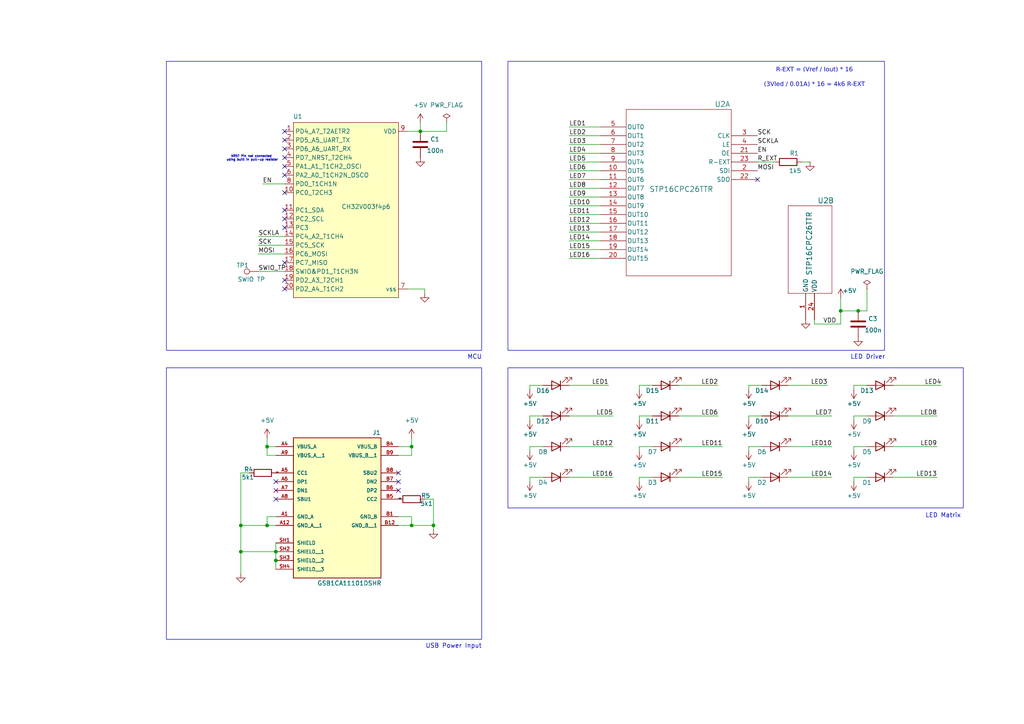
<source format=kicad_sch>
(kicad_sch (version 20231120) (generator "eeschema") (generator_version "8.0")
  (paper "A4")
  (title_block (title "Frekled Mini") (rev "1") (company "DrewCoLtd"))
  (lib_symbols
    (symbol "CH32V003:CH32V003f4p6"
      (property "Reference" "U" (at 0 31.75 0))
      (property "Value" "CH32V003f4p6" (at -7.62 0 90))
      (symbol "CH32V003f4p6_1_1"
        (rectangle (start -15.24 27.94) (end 15.24 -22.86) (fill (type background)))
        (pin bidirectional line (at 17.78 25.4 180) (length 2.54) (name "PD4_A7_T2AETR2") (number "1"))
        (pin bidirectional line (at 17.78 7.62 180) (length 2.54) (name "PC0_T2CH3") (number "10"))
        (pin bidirectional line (at 17.78 2.54 180) (length 2.54) (name "PC1_SDA") (number "11"))
        (pin bidirectional line (at 17.78 0 180) (length 2.54) (name "PC2_SCL") (number "12"))
        (pin bidirectional line (at 17.78 -2.54 180) (length 2.54) (name "PC3") (number "13"))
        (pin bidirectional line (at 17.78 -5.08 180) (length 2.54) (name "PC4_A2_T1CH4") (number "14"))
        (pin bidirectional line (at 17.78 -7.62 180) (length 2.54) (name "PC5_SCK") (number "15"))
        (pin bidirectional line (at 17.78 -10.16 180) (length 2.54) (name "PC6_MOSI") (number "16"))
        (pin bidirectional line (at 17.78 -12.7 180) (length 2.54) (name "PC7_MISO") (number "17"))
        (pin bidirectional line (at 17.78 -15.24 180) (length 2.54) (name "SWIO&PD1_T1CH3N") (number "18"))
        (pin bidirectional line (at 17.78 -17.78 180) (length 2.54) (name "PD2_A3_T2CH1") (number "19"))
        (pin bidirectional line (at 17.78 22.86 180) (length 2.54) (name "PD5_A5_UART_TX") (number "2"))
        (pin bidirectional line (at 17.78 -20.32 180) (length 2.54) (name "PD2_A4_T1CH2") (number "20"))
        (pin bidirectional line (at 17.78 20.32 180) (length 2.54) (name "PD6_A6_UART_RX") (number "3"))
        (pin bidirectional line (at 17.78 17.78 180) (length 2.54) (name "PD7_NRST_T2CH4") (number "4"))
        (pin bidirectional line (at 17.78 15.24 180) (length 2.54) (name "PA1_A1_T1CH2_OSCI") (number "5"))
        (pin bidirectional line (at 17.78 12.7 180) (length 2.54) (name "PA2_A0_T1CH2N_OSCO") (number "6"))
        (pin power_in line (at -17.78 -20.32 0) (length 2.54) (name "vss") (number "7"))
        (pin bidirectional line (at 17.78 10.16 180) (length 2.54) (name "PD0_T1CH1N") (number "8"))
        (pin power_in line (at -17.78 25.4 0) (length 2.54) (name "VDD") (number "9"))
      )
    )
    (symbol "Connector:TestPoint" (pin_numbers hide) (pin_names (offset 0.762) hide)
      (property "Reference" "TP" (at 0 6.858 0))
      (property "Value" "TestPoint" (at 0 5.08 0))
      (symbol "TestPoint_0_1"
        (circle (center 0 3.302) (radius 0.762))
      )
      (symbol "TestPoint_1_1"
        (pin passive line (at 0 0 90) (length 2.54) (name "1") (number "1"))
      )
    )
    (symbol "Device:C" (pin_numbers hide) (pin_names (offset 0.254))
      (property "Reference" "C" (at 0.635 2.54 0))
      (property "Value" "C" (at 0.635 -2.54 0))
      (symbol "C_0_1"
        (polyline (pts (xy -2.032 -0.762) (xy 2.032 -0.762)) (stroke (width 0.508)))
        (polyline (pts (xy -2.032 0.762) (xy 2.032 0.762)) (stroke (width 0.508)))
      )
      (symbol "C_1_1"
        (pin passive line (at 0 3.81 270) (length 2.794) (name "~") (number "1"))
        (pin passive line (at 0 -3.81 90) (length 2.794) (name "~") (number "2"))
      )
    )
    (symbol "Device:LED" (pin_numbers hide) (pin_names (offset 1.016) hide)
      (property "Reference" "D" (at 0 2.54 0))
      (property "Value" "LED" (at 0 -2.54 0))
      (symbol "LED_0_1"
        (polyline (pts (xy -1.27 -1.27) (xy -1.27 1.27)) (stroke (width 0.254)))
        (polyline (pts (xy -1.27 0) (xy 1.27 0)))
        (polyline (pts (xy 1.27 -1.27) (xy 1.27 1.27) (xy -1.27 0) (xy 1.27 -1.27)) (stroke (width 0.254)))
        (polyline (pts (xy -3.048 -0.762) (xy -4.572 -2.286) (xy -3.81 -2.286) (xy -4.572 -2.286) (xy -4.572 -1.524)))
        (polyline (pts (xy -1.778 -0.762) (xy -3.302 -2.286) (xy -2.54 -2.286) (xy -3.302 -2.286) (xy -3.302 -1.524)))
      )
      (symbol "LED_1_1"
        (pin passive line (at -3.81 0 0) (length 2.54) (name "K") (number "1"))
        (pin passive line (at 3.81 0 180) (length 2.54) (name "A") (number "2"))
      )
    )
    (symbol "Device:R" (pin_numbers hide) (pin_names (offset 0))
      (property "Reference" "R" (at 2.032 0 90))
      (property "Value" "R" (at 0 0 90))
      (symbol "R_0_1"
        (rectangle (start -1.016 -2.54) (end 1.016 2.54) (stroke (width 0.254)))
      )
      (symbol "R_1_1"
        (pin passive line (at 0 3.81 270) (length 1.27) (name "~") (number "1"))
        (pin passive line (at 0 -3.81 90) (length 1.27) (name "~") (number "2"))
      )
    )
    (symbol "GSB1CA11101DSHR:GSB1CA11101DSHR" (pin_names (offset 1.016))
      (property "Reference" "J" (at -12.7 13.462 0))
      (property "Value" "GSB1CA11101DSHR" (at -12.7 -30.48 0))
      (symbol "GSB1CA11101DSHR_0_0"
        (rectangle (start -12.7 -27.94) (end 12.7 12.7) (stroke (width 0.254)) (fill (type background)))
        (pin power_in line (at -17.78 -10.16 0) (length 5.08) (name "GND_A") (number "A1"))
        (pin power_in line (at -17.78 -12.7 0) (length 5.08) (name "GND_A__1") (number "A12"))
        (pin power_in line (at -17.78 10.16 0) (length 5.08) (name "VBUS_A") (number "A4"))
        (pin bidirectional line (at -17.78 2.54 0) (length 5.08) (name "CC1") (number "A5"))
        (pin bidirectional line (at -17.78 0 0) (length 5.08) (name "DP1") (number "A6"))
        (pin bidirectional line (at -17.78 -2.54 0) (length 5.08) (name "DN1") (number "A7"))
        (pin bidirectional line (at -17.78 -5.08 0) (length 5.08) (name "SBU1") (number "A8"))
        (pin power_in line (at -17.78 7.62 0) (length 5.08) (name "VBUS_A__1") (number "A9"))
        (pin power_in line (at 17.78 -10.16 180) (length 5.08) (name "GND_B") (number "B1"))
        (pin power_in line (at 17.78 -12.7 180) (length 5.08) (name "GND_B__1") (number "B12"))
        (pin power_in line (at 17.78 10.16 180) (length 5.08) (name "VBUS_B") (number "B4"))
        (pin bidirectional line (at 17.78 -5.08 180) (length 5.08) (name "CC2") (number "B5"))
        (pin bidirectional line (at 17.78 -2.54 180) (length 5.08) (name "DP2") (number "B6"))
        (pin bidirectional line (at 17.78 0 180) (length 5.08) (name "DN2") (number "B7"))
        (pin bidirectional line (at 17.78 2.54 180) (length 5.08) (name "SBU2") (number "B8"))
        (pin power_in line (at 17.78 7.62 180) (length 5.08) (name "VBUS_B__1") (number "B9"))
        (pin passive line (at -17.78 -17.78 0) (length 5.08) (name "SHIELD") (number "SH1"))
        (pin passive line (at -17.78 -20.32 0) (length 5.08) (name "SHIELD__1") (number "SH2"))
        (pin passive line (at -17.78 -22.86 0) (length 5.08) (name "SHIELD__2") (number "SH3"))
        (pin passive line (at -17.78 -25.4 0) (length 5.08) (name "SHIELD__3") (number "SH4"))
      )
    )
    (symbol "STP16CPC26TTR:STP16CPC26TTR" (pin_names (offset 0.254))
      (property "Reference" "U" (at 36.322 9.144 0))
      (property "Value" "STP16CPC26TTR" (at 28.956 -42.926 0))
      (symbol "STP16CPC26TTR_1_1"
        (polyline (pts (xy 7.62 -40.64) (xy 38.1 -40.64)) (stroke (width 0.127)))
        (polyline (pts (xy 7.62 7.62) (xy 7.62 -40.64)) (stroke (width 0.127)))
        (polyline (pts (xy 38.1 -40.64) (xy 38.1 7.62)) (stroke (width 0.127)))
        (polyline (pts (xy 38.1 7.62) (xy 7.62 7.62)) (stroke (width 0.127)))
        (pin output line (at 45.72 -10.16 180) (length 7.62) (name "OUT5") (number "10"))
        (pin output line (at 45.72 -12.7 180) (length 7.62) (name "OUT6") (number "11"))
        (pin output line (at 45.72 -15.24 180) (length 7.62) (name "OUT7") (number "12"))
        (pin output line (at 45.72 -17.78 180) (length 7.62) (name "OUT8") (number "13"))
        (pin output line (at 45.72 -20.32 180) (length 7.62) (name "OUT9") (number "14"))
        (pin output line (at 45.72 -22.86 180) (length 7.62) (name "OUT10") (number "15"))
        (pin output line (at 45.72 -25.4 180) (length 7.62) (name "OUT11") (number "16"))
        (pin output line (at 45.72 -27.94 180) (length 7.62) (name "OUT12") (number "17"))
        (pin output line (at 45.72 -30.48 180) (length 7.62) (name "OUT13") (number "18"))
        (pin output line (at 45.72 -33.02 180) (length 7.62) (name "OUT14") (number "19"))
        (pin input line (at 0 -10.16 0) (length 7.62) (name "SDI") (number "2"))
        (pin output line (at 45.72 -35.56 180) (length 7.62) (name "OUT15") (number "20"))
        (pin output line (at 0 -5.08 0) (length 7.62) (name "OE") (number "21"))
        (pin output line (at 0 -12.7 0) (length 7.62) (name "SDO") (number "22"))
        (pin output line (at 0 -7.62 0) (length 7.62) (name "R-EXT") (number "23"))
        (pin output line (at 0 0 0) (length 7.62) (name "CLK") (number "3"))
        (pin output line (at 0 -2.54 0) (length 7.62) (name "LE") (number "4"))
        (pin output line (at 45.72 2.54 180) (length 7.62) (name "OUT0") (number "5"))
        (pin output line (at 45.72 0 180) (length 7.62) (name "OUT1") (number "6"))
        (pin output line (at 45.72 -2.54 180) (length 7.62) (name "OUT2") (number "7"))
        (pin output line (at 45.72 -5.08 180) (length 7.62) (name "OUT3") (number "8"))
        (pin output line (at 45.72 -7.62 180) (length 7.62) (name "OUT4") (number "9"))
      )
      (symbol "STP16CPC26TTR_2_1"
        (polyline (pts (xy 7.62 -7.62) (xy 33.02 -7.62)) (stroke (width 0.127)))
        (polyline (pts (xy 7.62 5.08) (xy 7.62 -7.62)) (stroke (width 0.127)))
        (polyline (pts (xy 33.02 -7.62) (xy 33.02 5.08)) (stroke (width 0.127)))
        (polyline (pts (xy 33.02 5.08) (xy 7.62 5.08)) (stroke (width 0.127)))
        (pin power_out line (at 0 -2.54 0) (length 7.62) (name "GND") (number "1"))
        (pin power_in line (at 0 0 0) (length 7.62) (name "VDD") (number "24"))
      )
    )
    (symbol "power:+5V" (power) (pin_numbers hide) (pin_names (offset 0) hide)
      (property "Value" "+5V" (at 0 3.556 0))
      (symbol "+5V_0_1"
        (polyline (pts (xy -0.762 1.27) (xy 0 2.54)))
        (polyline (pts (xy 0 0) (xy 0 2.54)))
        (polyline (pts (xy 0 2.54) (xy 0.762 1.27)))
      )
      (symbol "+5V_1_1"
        (pin power_in line (at 0 0 90) (length 0) (name "~") (number "1"))
      )
    )
    (symbol "power:GND" (power) (pin_numbers hide) (pin_names (offset 0) hide)
      (property "Value" "GND" (at 0 -3.81 0))
      (symbol "GND_0_1"
        (polyline (pts (xy 0 0) (xy 0 -1.27) (xy 1.27 -1.27) (xy 0 -2.54) (xy -1.27 -1.27) (xy 0 -1.27)))
      )
      (symbol "GND_1_1"
        (pin power_in line (at 0 0 270) (length 0) (name "~") (number "1"))
      )
    )
    (symbol "power:PWR_FLAG" (power) (pin_numbers hide) (pin_names (offset 0) hide)
      (property "Value" "PWR_FLAG" (at 0 3.81 0))
      (symbol "PWR_FLAG_0_0"
        (pin power_out line (at 0 0 90) (length 0) (name "~") (number "1"))
      )
      (symbol "PWR_FLAG_0_1"
        (polyline (pts (xy 0 0) (xy 0 1.27) (xy -1.016 1.905) (xy 0 2.54) (xy 1.016 1.905) (xy 0 1.27)))
      )
    )
  )
  (junction (at 121.92 38.1))
  (junction (at 119.38 129.54))
  (junction (at 125.73 152.4))
  (junction (at 119.38 152.4))
  (junction (at 69.85 152.4))
  (junction (at 77.47 129.54))
  (junction (at 243.84 90.17))
  (junction (at 248.92 90.17))
  (junction (at 80.01 160.02))
  (junction (at 69.85 160.02))
  (junction (at 80.01 162.56))
  (junction (at 77.47 152.4))
  (no_connect (at 82.55 55.88))
  (no_connect (at 115.57 142.24))
  (no_connect (at 82.55 76.2))
  (no_connect (at 115.57 137.16))
  (no_connect (at 80.01 139.7))
  (no_connect (at 82.55 83.82))
  (no_connect (at 115.57 139.7))
  (no_connect (at 80.01 142.24))
  (no_connect (at 82.55 60.96))
  (no_connect (at 82.55 40.64))
  (no_connect (at 80.01 144.78))
  (no_connect (at 82.55 38.1))
  (no_connect (at 82.55 45.72))
  (no_connect (at 219.71 52.07))
  (no_connect (at 82.55 66.04))
  (no_connect (at 82.55 63.5))
  (no_connect (at 82.55 81.28))
  (no_connect (at 82.55 50.8))
  (no_connect (at 82.55 48.26))
  (no_connect (at 82.55 43.18))
  (wire (pts (xy 251.46 83.82) (xy 251.46 90.17)))
  (wire (pts (xy 121.92 35.56) (xy 121.92 38.1)))
  (wire (pts (xy 157.48 120.65) (xy 153.67 120.65)))
  (wire (pts (xy 185.42 138.43) (xy 185.42 139.7)))
  (wire (pts (xy 243.84 93.98) (xy 243.84 90.17)))
  (wire (pts (xy 165.1 59.69) (xy 173.99 59.69)))
  (wire (pts (xy 271.78 129.54) (xy 259.08 129.54)))
  (wire (pts (xy 165.1 46.99) (xy 173.99 46.99)))
  (wire (pts (xy 123.19 83.82) (xy 123.19 85.09)))
  (wire (pts (xy 217.17 111.76) (xy 220.98 111.76)))
  (wire (pts (xy 185.42 111.76) (xy 189.23 111.76)))
  (wire (pts (xy 185.42 138.43) (xy 189.23 138.43)))
  (wire (pts (xy 185.42 120.65) (xy 189.23 120.65)))
  (wire (pts (xy 271.78 138.43) (xy 259.08 138.43)))
  (wire (pts (xy 165.1 57.15) (xy 173.99 57.15)))
  (wire (pts (xy 77.47 129.54) (xy 77.47 127)))
  (wire (pts (xy 74.93 73.66) (xy 82.55 73.66)))
  (wire (pts (xy 80.01 157.48) (xy 80.01 160.02)))
  (wire (pts (xy 74.93 71.12) (xy 82.55 71.12)))
  (wire (pts (xy 74.93 68.58) (xy 82.55 68.58)))
  (wire (pts (xy 129.54 38.1) (xy 129.54 35.56)))
  (wire (pts (xy 69.85 152.4) (xy 69.85 160.02)))
  (wire (pts (xy 69.85 160.02) (xy 80.01 160.02)))
  (wire (pts (xy 177.8 120.65) (xy 165.1 120.65)))
  (wire (pts (xy 77.47 149.86) (xy 77.47 152.4)))
  (wire (pts (xy 185.42 120.65) (xy 185.42 121.92)))
  (wire (pts (xy 217.17 120.65) (xy 220.98 120.65)))
  (wire (pts (xy 153.67 138.43) (xy 153.67 139.7)))
  (wire (pts (xy 153.67 120.65) (xy 153.67 121.92)))
  (wire (pts (xy 165.1 72.39) (xy 173.99 72.39)))
  (wire (pts (xy 80.01 149.86) (xy 77.47 149.86)))
  (wire (pts (xy 80.01 162.56) (xy 80.01 165.1)))
  (wire (pts (xy 209.55 129.54) (xy 196.85 129.54)))
  (wire (pts (xy 76.2 53.34) (xy 82.55 53.34)))
  (wire (pts (xy 121.92 38.1) (xy 118.11 38.1)))
  (wire (pts (xy 165.1 39.37) (xy 173.99 39.37)))
  (wire (pts (xy 217.17 111.76) (xy 217.17 113.03)))
  (wire (pts (xy 80.01 129.54) (xy 77.47 129.54)))
  (wire (pts (xy 165.1 74.93) (xy 173.99 74.93)))
  (wire (pts (xy 157.48 129.54) (xy 153.67 129.54)))
  (wire (pts (xy 123.19 144.78) (xy 125.73 144.78)))
  (wire (pts (xy 247.65 129.54) (xy 247.65 130.81)))
  (wire (pts (xy 153.67 111.76) (xy 153.67 113.03)))
  (wire (pts (xy 236.22 92.71) (xy 236.22 93.98)))
  (wire (pts (xy 119.38 149.86) (xy 119.38 152.4)))
  (wire (pts (xy 115.57 149.86) (xy 119.38 149.86)))
  (wire (pts (xy 251.46 111.76) (xy 247.65 111.76)))
  (wire (pts (xy 217.17 129.54) (xy 217.17 130.81)))
  (wire (pts (xy 69.85 152.4) (xy 77.47 152.4)))
  (wire (pts (xy 119.38 152.4) (xy 115.57 152.4)))
  (wire (pts (xy 251.46 129.54) (xy 247.65 129.54)))
  (wire (pts (xy 69.85 160.02) (xy 69.85 166.37)))
  (wire (pts (xy 271.78 120.65) (xy 259.08 120.65)))
  (wire (pts (xy 80.01 152.4) (xy 77.47 152.4)))
  (wire (pts (xy 236.22 93.98) (xy 243.84 93.98)))
  (wire (pts (xy 157.48 138.43) (xy 153.67 138.43)))
  (wire (pts (xy 217.17 138.43) (xy 217.17 139.7)))
  (wire (pts (xy 153.67 129.54) (xy 153.67 130.81)))
  (wire (pts (xy 217.17 120.65) (xy 217.17 121.92)))
  (wire (pts (xy 176.53 111.76) (xy 165.1 111.76)))
  (wire (pts (xy 165.1 49.53) (xy 173.99 49.53)))
  (wire (pts (xy 119.38 129.54) (xy 119.38 127)))
  (wire (pts (xy 241.3 138.43) (xy 228.6 138.43)))
  (wire (pts (xy 251.46 138.43) (xy 247.65 138.43)))
  (wire (pts (xy 243.84 90.17) (xy 243.84 86.36)))
  (wire (pts (xy 69.85 137.16) (xy 69.85 152.4)))
  (wire (pts (xy 217.17 129.54) (xy 220.98 129.54)))
  (wire (pts (xy 77.47 132.08) (xy 77.47 129.54)))
  (wire (pts (xy 208.28 120.65) (xy 196.85 120.65)))
  (wire (pts (xy 232.41 46.99) (xy 234.95 46.99)))
  (wire (pts (xy 165.1 54.61) (xy 173.99 54.61)))
  (wire (pts (xy 165.1 62.23) (xy 173.99 62.23)))
  (wire (pts (xy 72.39 137.16) (xy 69.85 137.16)))
  (wire (pts (xy 125.73 152.4) (xy 119.38 152.4)))
  (wire (pts (xy 118.11 83.82) (xy 123.19 83.82)))
  (wire (pts (xy 80.01 132.08) (xy 77.47 132.08)))
  (wire (pts (xy 247.65 120.65) (xy 247.65 121.92)))
  (wire (pts (xy 165.1 64.77) (xy 173.99 64.77)))
  (wire (pts (xy 219.71 46.99) (xy 224.79 46.99)))
  (wire (pts (xy 241.3 129.54) (xy 228.6 129.54)))
  (wire (pts (xy 177.8 138.43) (xy 165.1 138.43)))
  (wire (pts (xy 125.73 144.78) (xy 125.73 152.4)))
  (wire (pts (xy 185.42 129.54) (xy 185.42 130.81)))
  (wire (pts (xy 196.85 111.76) (xy 208.28 111.76)))
  (wire (pts (xy 115.57 129.54) (xy 119.38 129.54)))
  (wire (pts (xy 251.46 120.65) (xy 247.65 120.65)))
  (wire (pts (xy 165.1 44.45) (xy 173.99 44.45)))
  (wire (pts (xy 121.92 38.1) (xy 129.54 38.1)))
  (wire (pts (xy 119.38 132.08) (xy 119.38 129.54)))
  (wire (pts (xy 243.84 90.17) (xy 248.92 90.17)))
  (wire (pts (xy 165.1 52.07) (xy 173.99 52.07)))
  (wire (pts (xy 241.3 120.65) (xy 228.6 120.65)))
  (wire (pts (xy 209.55 138.43) (xy 196.85 138.43)))
  (wire (pts (xy 185.42 129.54) (xy 189.23 129.54)))
  (wire (pts (xy 177.8 129.54) (xy 165.1 129.54)))
  (wire (pts (xy 273.05 111.76) (xy 259.08 111.76)))
  (wire (pts (xy 157.48 111.76) (xy 153.67 111.76)))
  (wire (pts (xy 165.1 69.85) (xy 173.99 69.85)))
  (wire (pts (xy 240.03 111.76) (xy 228.6 111.76)))
  (wire (pts (xy 247.65 138.43) (xy 247.65 139.7)))
  (wire (pts (xy 248.92 90.17) (xy 251.46 90.17)))
  (wire (pts (xy 165.1 36.83) (xy 173.99 36.83)))
  (wire (pts (xy 247.65 111.76) (xy 247.65 113.03)))
  (wire (pts (xy 125.73 153.67) (xy 125.73 152.4)))
  (wire (pts (xy 80.01 160.02) (xy 80.01 162.56)))
  (wire (pts (xy 185.42 111.76) (xy 185.42 113.03)))
  (wire (pts (xy 165.1 67.31) (xy 173.99 67.31)))
  (wire (pts (xy 74.93 78.74) (xy 82.55 78.74)))
  (wire (pts (xy 115.57 132.08) (xy 119.38 132.08)))
  (wire (pts (xy 165.1 41.91) (xy 173.99 41.91)))
  (wire (pts (xy 217.17 138.43) (xy 220.98 138.43)))
  (rectangle (start 48.26 17.78) (end 139.7 101.6))
  (rectangle (start 48.26 106.68) (end 139.7 185.42))
  (rectangle (start 147.32 106.68) (end 279.4 147.32))
  (rectangle (start 147.32 17.78) (end 256.54 101.6))
  (text "MCU" (at 137.668 103.632 0) (effects (font (size 1.27 1.27))))
  (text "LED Driver" (at 251.714 103.632 0) (effects (font (size 1.27 1.27))))
  (text "LED Matrix" (at 273.558 149.606 0) (effects (font (size 1.27 1.27))))
  (text "R-EXT = (Vref / Iout) * 16\n\n(3Vled / 0.01A) * 16 = 4k6 R-EXT" (at 236.22 22.86 0) (effects (font (size 1.27 1.27))))
  (text "USB Power Input" (at 131.572 187.452 0) (effects (font (size 1.27 1.27))))
  (text "NRST Pin not connected \nusing built in pull-up resistor" (at 73.152 45.974 0) (effects (font (size 0.635 0.635))))
  (label "LED10" (at 241.3 129.54 180))
  (label "VDD" (at 238.76 93.98 0))
  (label "LED5" (at 177.8 120.65 180))
  (label "SCKLA" (at 74.93 68.58 0))
  (label "SWIO_TP" (at 74.93 78.74 0))
  (label "LED9" (at 165.1 57.15 0))
  (label "LED2" (at 208.28 111.76 180))
  (label "LED7" (at 241.3 120.65 180))
  (label "LED14" (at 241.3 138.43 180))
  (label "LED10" (at 165.1 59.69 0))
  (label "LED4" (at 273.05 111.76 180))
  (label "LED9" (at 271.78 129.54 180))
  (label "CC2" (at 115.57 144.78 0) (effects (font (size 0.254 0.254))))
  (label "LED4" (at 165.1 44.45 0))
  (label "MOSI" (at 74.93 73.66 0))
  (label "LED3" (at 165.1 41.91 0))
  (label "LED7" (at 165.1 52.07 0))
  (label "LED16" (at 177.8 138.43 180))
  (label "LED14" (at 165.1 69.85 0))
  (label "LED6" (at 165.1 49.53 0))
  (label "LED13" (at 165.1 67.31 0))
  (label "MOSI" (at 219.71 49.53 0))
  (label "LED13" (at 271.78 138.43 180))
  (label "LED8" (at 165.1 54.61 0))
  (label "SCK" (at 74.93 71.12 0))
  (label "SCK" (at 219.71 39.37 0))
  (label "LED15" (at 165.1 72.39 0))
  (label "LED1" (at 176.53 111.76 180))
  (label "LED11" (at 209.55 129.54 180))
  (label "CC1" (at 80.01 137.16 0) (effects (font (size 0.254 0.254))))
  (label "LED5" (at 165.1 46.99 0))
  (label "LED11" (at 165.1 62.23 0))
  (label "LED15" (at 209.55 138.43 180))
  (label "LED12" (at 177.8 129.54 180))
  (label "EN" (at 76.2 53.34 0))
  (label "LED3" (at 240.03 111.76 180))
  (label "LED12" (at 165.1 64.77 0))
  (label "EN" (at 219.71 44.45 0))
  (label "SCKLA" (at 219.71 41.91 0))
  (label "LED6" (at 208.28 120.65 180))
  (label "LED8" (at 271.78 120.65 180))
  (label "R_EXT" (at 219.71 46.99 0))
  (label "LED1" (at 165.1 36.83 0))
  (label "LED16" (at 165.1 74.93 0))
  (label "LED2" (at 165.1 39.37 0))
  (symbol (lib_id "power:+5V") (at 153.67 113.03 180) (unit 1)
    (property "Reference" "#PWR04" (effects (hide yes)))
    (property "Value" "+5V" (at 153.67 117.094 0))
    (property "Description" "Power symbol creates a global label with name \"+5V\"" (effects (hide yes)))
  )
  (symbol (lib_id "power:+5V") (at 121.92 35.56 0) (unit 1)
    (property "Reference" "#PWR02" (effects (hide yes)))
    (property "Value" "+5V" (at 121.92 30.48 0))
    (property "Description" "Power symbol creates a global label with name \"+5V\"" (effects (hide yes)))
  )
  (symbol (lib_id "power:GND") (at 69.85 166.37 0) (mirror y) (unit 1)
    (property "Reference" "#PWR027" (effects (hide yes)))
    (property "Value" "GND" (effects (hide yes)))
    (property "Description" "Power symbol creates a global label with name \"GND\" , ground" (effects (hide yes)))
  )
  (symbol (lib_id "power:+5V") (at 247.65 121.92 180) (unit 1)
    (property "Reference" "#PWR011" (effects (hide yes)))
    (property "Value" "+5V" (at 247.65 125.984 0))
    (property "Description" "Power symbol creates a global label with name \"+5V\"" (effects (hide yes)))
  )
  (symbol (lib_id "power:+5V") (at 217.17 130.81 180) (unit 1)
    (property "Reference" "#PWR014" (effects (hide yes)))
    (property "Value" "+5V" (at 217.17 134.874 0))
    (property "Description" "Power symbol creates a global label with name \"+5V\"" (effects (hide yes)))
  )
  (symbol (lib_id "Device:LED") (at 161.29 138.43 180) (unit 1)
    (property "Reference" "D4" (at 157.48 139.954 0))
    (property "Value" "2.85v" (effects (hide yes)))
    (property "Footprint" "LED_SMD:LED_0402_1005Metric" (effects (hide yes)))
    (property "Description" "Light emitting diode" (effects (hide yes)))
  )
  (symbol (lib_id "power:+5V") (at 77.47 127 0) (unit 1)
    (property "Reference" "#PWR029" (effects (hide yes)))
    (property "Value" "+5V" (at 77.47 121.92 0))
    (property "Description" "Power symbol creates a global label with name \"+5V\"" (effects (hide yes)))
  )
  (symbol (lib_id "Device:LED") (at 193.04 138.43 180) (unit 1)
    (property "Reference" "D3" (at 189.23 139.954 0))
    (property "Value" "2.85v" (effects (hide yes)))
    (property "Footprint" "LED_SMD:LED_0402_1005Metric" (effects (hide yes)))
    (property "Description" "Light emitting diode" (effects (hide yes)))
  )
  (symbol (lib_id "Device:LED") (at 224.79 120.65 180) (unit 1)
    (property "Reference" "D10" (at 220.98 122.174 0))
    (property "Value" "2.85v" (effects (hide yes)))
    (property "Footprint" "LED_SMD:LED_0402_1005Metric" (effects (hide yes)))
    (property "Description" "Light emitting diode" (effects (hide yes)))
  )
  (symbol (lib_id "Device:LED") (at 255.27 120.65 180) (unit 1)
    (property "Reference" "D9" (at 251.46 122.174 0))
    (property "Value" "2.85v" (effects (hide yes)))
    (property "Footprint" "LED_SMD:LED_0402_1005Metric" (effects (hide yes)))
    (property "Description" "Light emitting diode" (effects (hide yes)))
  )
  (symbol (lib_id "power:+5V") (at 217.17 121.92 180) (unit 1)
    (property "Reference" "#PWR010" (effects (hide yes)))
    (property "Value" "+5V" (at 217.17 125.984 0))
    (property "Description" "Power symbol creates a global label with name \"+5V\"" (effects (hide yes)))
  )
  (symbol (lib_id "power:PWR_FLAG") (at 251.46 83.82 0) (unit 1)
    (property "Reference" "#FLG02" (effects (hide yes)))
    (property "Value" "PWR_FLAG" (at 251.46 78.74 0))
    (property "Description" "Special symbol for telling ERC where power comes from" (effects (hide yes)))
  )
  (symbol (lib_id "Device:C") (at 248.92 93.98 0) (mirror y) (unit 1)
    (property "Reference" "C3" (at 254.508 92.456 0) (effects (justify left)))
    (property "Value" "100n" (at 255.778 95.758 0) (effects (justify left)))
    (property "Footprint" "Capacitor_SMD:C_0402_1005Metric" (effects (hide yes)))
    (property "Description" "Unpolarized capacitor" (effects (hide yes)))
  )
  (symbol (lib_id "STP16CPC26TTR:STP16CPC26TTR") (at 236.22 92.71 270) (mirror x) (unit 2)
    (property "Reference" "U2" (at 239.522 58.166 90) (effects (font (size 1.524 1.524))))
    (property "Value" "STP16CPC26TTR" (at 234.696 70.612 0) (effects (font (size 1.524 1.524))))
    (property "Footprint" "STP16CPC26TTR:TSSOP_PC26TTR_STM" (effects (hide yes)))
    (property "Datasheet" "STP16CPC26TTR" (effects (hide yes)))
  )
  (symbol (lib_id "power:+5V") (at 153.67 139.7 180) (unit 1)
    (property "Reference" "#PWR016" (effects (hide yes)))
    (property "Value" "+5V" (at 153.67 143.764 0))
    (property "Description" "Power symbol creates a global label with name \"+5V\"" (effects (hide yes)))
  )
  (symbol (lib_id "power:+5V") (at 217.17 139.7 180) (unit 1)
    (property "Reference" "#PWR018" (effects (hide yes)))
    (property "Value" "+5V" (at 217.17 143.764 0))
    (property "Description" "Power symbol creates a global label with name \"+5V\"" (effects (hide yes)))
  )
  (symbol (lib_id "Device:LED") (at 224.79 111.76 180) (unit 1)
    (property "Reference" "D14" (at 220.98 113.284 0))
    (property "Value" "2.85v" (effects (hide yes)))
    (property "Footprint" "LED_SMD:LED_0402_1005Metric" (effects (hide yes)))
    (property "Description" "Light emitting diode" (effects (hide yes)))
  )
  (symbol (lib_id "STP16CPC26TTR:STP16CPC26TTR") (at 219.71 39.37 0) (mirror y) (unit 1)
    (property "Reference" "U2" (at 209.55 30.226 0) (effects (font (size 1.524 1.524))))
    (property "Value" "STP16CPC26TTR" (at 197.612 54.864 0) (effects (font (size 1.524 1.524))))
    (property "Footprint" "STP16CPC26TTR:TSSOP_PC26TTR_STM" (effects (hide yes)))
    (property "Datasheet" "STP16CPC26TTR" (effects (hide yes)))
  )
  (symbol (lib_id "power:+5V") (at 185.42 113.03 180) (unit 1)
    (property "Reference" "#PWR05" (effects (hide yes)))
    (property "Value" "+5V" (at 185.42 117.094 0))
    (property "Description" "Power symbol creates a global label with name \"+5V\"" (effects (hide yes)))
  )
  (symbol (lib_id "power:+5V") (at 153.67 130.81 180) (unit 1)
    (property "Reference" "#PWR012" (effects (hide yes)))
    (property "Value" "+5V" (at 153.67 134.874 0))
    (property "Description" "Power symbol creates a global label with name \"+5V\"" (effects (hide yes)))
  )
  (symbol (lib_id "Device:R") (at 76.2 137.16 270) (mirror x) (unit 1)
    (property "Reference" "R4" (at 72.136 136.144 90))
    (property "Value" "5k1" (at 71.882 138.43 90))
    (property "Footprint" "Resistor_SMD:R_0402_1005Metric" (effects (hide yes)))
    (property "Description" "Resistor" (effects (hide yes)))
  )
  (symbol (lib_id "Device:R") (at 228.6 46.99 90) (unit 1)
    (property "Reference" "R1" (at 230.378 44.45 90))
    (property "Value" "1k5" (at 230.632 49.53 90))
    (property "Footprint" "Resistor_SMD:R_0402_1005Metric" (effects (hide yes)))
    (property "Description" "Resistor" (effects (hide yes)))
  )
  (symbol (lib_id "Device:LED") (at 193.04 129.54 180) (unit 1)
    (property "Reference" "D7" (at 189.23 131.064 0))
    (property "Value" "2.85v" (effects (hide yes)))
    (property "Footprint" "LED_SMD:LED_0402_1005Metric" (effects (hide yes)))
    (property "Description" "Light emitting diode" (effects (hide yes)))
  )
  (symbol (lib_id "Device:LED") (at 255.27 111.76 180) (unit 1)
    (property "Reference" "D13" (at 251.46 113.284 0))
    (property "Value" "2.85v" (effects (hide yes)))
    (property "Footprint" "LED_SMD:LED_0402_1005Metric" (effects (hide yes)))
    (property "Description" "Light emitting diode" (effects (hide yes)))
  )
  (symbol (lib_id "power:+5V") (at 247.65 130.81 180) (unit 1)
    (property "Reference" "#PWR015" (effects (hide yes)))
    (property "Value" "+5V" (at 247.65 134.874 0))
    (property "Description" "Power symbol creates a global label with name \"+5V\"" (effects (hide yes)))
  )
  (symbol (lib_id "power:GND") (at 234.95 46.99 0) (unit 1)
    (property "Reference" "#PWR021" (effects (hide yes)))
    (property "Value" "GND" (effects (hide yes)))
    (property "Description" "Power symbol creates a global label with name \"GND\" , ground" (effects (hide yes)))
  )
  (symbol (lib_id "power:+5V") (at 217.17 113.03 180) (unit 1)
    (property "Reference" "#PWR06" (effects (hide yes)))
    (property "Value" "+5V" (at 217.17 117.094 0))
    (property "Description" "Power symbol creates a global label with name \"+5V\"" (effects (hide yes)))
  )
  (symbol (lib_id "Device:LED") (at 161.29 129.54 180) (unit 1)
    (property "Reference" "D8" (at 157.48 131.064 0))
    (property "Value" "2.85v" (effects (hide yes)))
    (property "Footprint" "LED_SMD:LED_0402_1005Metric" (effects (hide yes)))
    (property "Description" "Light emitting diode" (effects (hide yes)))
  )
  (symbol (lib_id "power:+5V") (at 153.67 121.92 180) (unit 1)
    (property "Reference" "#PWR08" (effects (hide yes)))
    (property "Value" "+5V" (at 153.67 125.984 0))
    (property "Description" "Power symbol creates a global label with name \"+5V\"" (effects (hide yes)))
  )
  (symbol (lib_id "power:+5V") (at 185.42 121.92 180) (unit 1)
    (property "Reference" "#PWR09" (effects (hide yes)))
    (property "Value" "+5V" (at 185.42 125.984 0))
    (property "Description" "Power symbol creates a global label with name \"+5V\"" (effects (hide yes)))
  )
  (symbol (lib_id "power:GND") (at 233.68 92.71 0) (mirror y) (unit 1)
    (property "Reference" "#PWR023" (effects (hide yes)))
    (property "Value" "GND" (effects (hide yes)))
    (property "Description" "Power symbol creates a global label with name \"GND\" , ground" (effects (hide yes)))
  )
  (symbol (lib_id "power:+5V") (at 247.65 113.03 180) (unit 1)
    (property "Reference" "#PWR07" (effects (hide yes)))
    (property "Value" "+5V" (at 247.65 117.094 0))
    (property "Description" "Power symbol creates a global label with name \"+5V\"" (effects (hide yes)))
  )
  (symbol (lib_id "power:GND") (at 125.73 153.67 0) (mirror y) (unit 1)
    (property "Reference" "#PWR028" (effects (hide yes)))
    (property "Value" "GND" (effects (hide yes)))
    (property "Description" "Power symbol creates a global label with name \"GND\" , ground" (effects (hide yes)))
  )
  (symbol (lib_id "power:PWR_FLAG") (at 129.54 35.56 0) (unit 1)
    (property "Reference" "#FLG01" (effects (hide yes)))
    (property "Value" "PWR_FLAG" (at 129.54 30.48 0))
    (property "Description" "Special symbol for telling ERC where power comes from" (effects (hide yes)))
  )
  (symbol (lib_id "power:+5V") (at 119.38 127 0) (unit 1)
    (property "Reference" "#PWR030" (effects (hide yes)))
    (property "Value" "+5V" (at 119.38 121.92 0))
    (property "Description" "Power symbol creates a global label with name \"+5V\"" (effects (hide yes)))
  )
  (symbol (lib_id "power:+5V") (at 185.42 130.81 180) (unit 1)
    (property "Reference" "#PWR013" (effects (hide yes)))
    (property "Value" "+5V" (at 185.42 134.874 0))
    (property "Description" "Power symbol creates a global label with name \"+5V\"" (effects (hide yes)))
  )
  (symbol (lib_id "power:+5V") (at 247.65 139.7 180) (unit 1)
    (property "Reference" "#PWR019" (effects (hide yes)))
    (property "Value" "+5V" (at 247.65 143.764 0))
    (property "Description" "Power symbol creates a global label with name \"+5V\"" (effects (hide yes)))
  )
  (symbol (lib_id "Device:LED") (at 193.04 120.65 180) (unit 1)
    (property "Reference" "D11" (at 189.23 122.174 0))
    (property "Value" "2.85v" (effects (hide yes)))
    (property "Footprint" "LED_SMD:LED_0402_1005Metric" (effects (hide yes)))
    (property "Description" "Light emitting diode" (effects (hide yes)))
  )
  (symbol (lib_id "Device:LED") (at 255.27 138.43 180) (unit 1)
    (property "Reference" "D1" (at 251.46 139.954 0))
    (property "Value" "2.85v" (effects (hide yes)))
    (property "Footprint" "LED_SMD:LED_0402_1005Metric" (effects (hide yes)))
    (property "Description" "Light emitting diode" (effects (hide yes)))
  )
  (symbol (lib_id "power:GND") (at 121.92 45.72 0) (mirror y) (unit 1)
    (property "Reference" "#PWR03" (effects (hide yes)))
    (property "Value" "GND" (effects (hide yes)))
    (property "Description" "Power symbol creates a global label with name \"GND\" , ground" (effects (hide yes)))
  )
  (symbol (lib_id "power:GND") (at 248.92 97.79 0) (mirror y) (unit 1)
    (property "Reference" "#PWR024" (effects (hide yes)))
    (property "Value" "GND" (effects (hide yes)))
    (property "Description" "Power symbol creates a global label with name \"GND\" , ground" (effects (hide yes)))
  )
  (symbol (lib_id "Connector:TestPoint") (at 74.93 78.74 90) (unit 1)
    (property "Reference" "TP1" (at 70.358 76.962 90))
    (property "Value" "SWIO TP" (at 72.898 81.026 90))
    (property "Footprint" "TestPoint:TestPoint_Pad_1.0x1.0mm" (effects (hide yes)))
    (property "Description" "test point" (effects (hide yes)))
  )
  (symbol (lib_id "power:+5V") (at 185.42 139.7 180) (unit 1)
    (property "Reference" "#PWR017" (effects (hide yes)))
    (property "Value" "+5V" (at 185.42 143.764 0))
    (property "Description" "Power symbol creates a global label with name \"+5V\"" (effects (hide yes)))
  )
  (symbol (lib_id "Device:LED") (at 255.27 129.54 180) (unit 1)
    (property "Reference" "D5" (at 251.46 131.064 0))
    (property "Value" "2.85v" (effects (hide yes)))
    (property "Footprint" "LED_SMD:LED_0402_1005Metric" (effects (hide yes)))
    (property "Description" "Light emitting diode" (effects (hide yes)))
  )
  (symbol (lib_id "power:GND") (at 123.19 85.09 0) (mirror y) (unit 1)
    (property "Reference" "#PWR01" (effects (hide yes)))
    (property "Value" "GND" (effects (hide yes)))
    (property "Description" "Power symbol creates a global label with name \"GND\" , ground" (effects (hide yes)))
  )
  (symbol (lib_id "GSB1CA11101DSHR:GSB1CA11101DSHR") (at 97.79 139.7 0) (unit 1)
    (property "Reference" "J1" (at 109.22 125.476 0))
    (property "Value" "GSB1CA11101DSHR" (at 101.346 169.164 0))
    (property "Footprint" "GSB1CA11101DSHR:AMPHENOL_GSB1CA11101DSHR" (effects (hide yes)))
    (property "PARTREV" "AX1" (effects (hide yes)))
    (property "STANDARD" "Manufacturer Recommendations" (effects (hide yes)))
    (property "MAXIMUM_PACKAGE_HEIGHT" "6.4mm" (effects (hide yes)))
    (property "MANUFACTURER" "Amphenol" (effects (hide yes)))
  )
  (symbol (lib_id "Device:LED") (at 224.79 138.43 180) (unit 1)
    (property "Reference" "D2" (at 220.98 139.954 0))
    (property "Value" "2.85v" (effects (hide yes)))
    (property "Footprint" "LED_SMD:LED_0402_1005Metric" (effects (hide yes)))
    (property "Description" "Light emitting diode" (effects (hide yes)))
  )
  (symbol (lib_id "Device:R") (at 119.38 144.78 90) (unit 1)
    (property "Reference" "R5" (at 123.444 143.764 90))
    (property "Value" "5k1" (at 123.698 146.05 90))
    (property "Footprint" "Resistor_SMD:R_0402_1005Metric" (effects (hide yes)))
    (property "Description" "Resistor" (effects (hide yes)))
  )
  (symbol (lib_id "power:+5V") (at 243.84 86.36 0) (unit 1)
    (property "Reference" "#PWR022" (effects (hide yes)))
    (property "Value" "+5V" (at 246.38 84.328 0))
    (property "Description" "Power symbol creates a global label with name \"+5V\"" (effects (hide yes)))
  )
  (symbol (lib_id "CH32V003:CH32V003f4p6") (at 100.33 63.5 0) (mirror y) (unit 1)
    (property "Reference" "U1" (at 86.36 33.782 0))
    (property "Value" "CH32V003f4p6" (at 106.172 59.944 0))
    (property "Footprint" "Package_SO:TSSOP-20_4.4x6.5mm_P0.65mm" (effects (hide yes)))
    (property "Datasheet" "https://github.com/cnlohr/ch32v003fun" (effects (hide yes)))
  )
  (symbol (lib_id "Device:LED") (at 224.79 129.54 180) (unit 1)
    (property "Reference" "D6" (at 220.98 131.064 0))
    (property "Value" "2.85v" (effects (hide yes)))
    (property "Footprint" "LED_SMD:LED_0402_1005Metric" (effects (hide yes)))
    (property "Description" "Light emitting diode" (effects (hide yes)))
  )
  (symbol (lib_id "Device:LED") (at 161.29 120.65 180) (unit 1)
    (property "Reference" "D12" (at 157.48 122.174 0))
    (property "Value" "2.85v" (effects (hide yes)))
    (property "Footprint" "LED_SMD:LED_0402_1005Metric" (effects (hide yes)))
    (property "Description" "Light emitting diode" (effects (hide yes)))
  )
  (symbol (lib_id "Device:LED") (at 193.04 111.76 180) (unit 1)
    (property "Reference" "D15" (at 189.23 113.284 0))
    (property "Value" "2.85v" (effects (hide yes)))
    (property "Footprint" "LED_SMD:LED_0402_1005Metric" (effects (hide yes)))
    (property "Description" "Light emitting diode" (effects (hide yes)))
  )
  (symbol (lib_id "Device:C") (at 121.92 41.91 0) (mirror y) (unit 1)
    (property "Reference" "C1" (at 127.508 40.386 0) (effects (justify left)))
    (property "Value" "100n" (at 128.778 43.688 0) (effects (justify left)))
    (property "Footprint" "Capacitor_SMD:C_0402_1005Metric" (effects (hide yes)))
    (property "Description" "Unpolarized capacitor" (effects (hide yes)))
  )
  (symbol (lib_id "Device:LED") (at 161.29 111.76 180) (unit 1)
    (property "Reference" "D16" (at 157.48 113.284 0))
    (property "Value" "2.85v" (effects (hide yes)))
    (property "Footprint" "LED_SMD:LED_0402_1005Metric" (effects (hide yes)))
    (property "Description" "Light emitting diode" (effects (hide yes)))
  )
)
</source>
